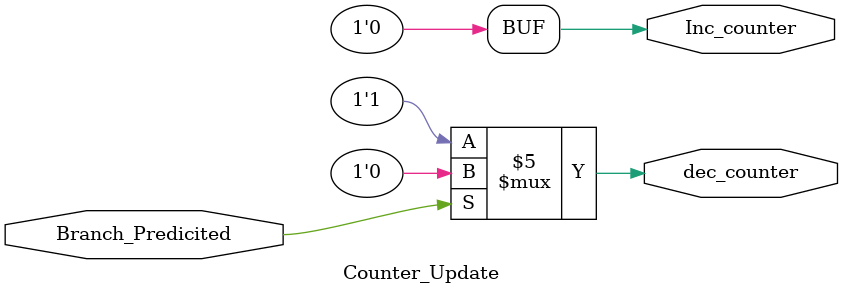
<source format=v>
`timescale 1ns / 1ps
module Counter_Update(Branch_Predicited,Inc_counter, dec_counter );

input Branch_Predicited;
output Inc_counter,dec_counter;

initial begin
		Inc_counter=1'b0;
		dec_counter=1'b0;
	end

always @(Branch_Predicited)
	begin 
		if(Branch_Predicited==1'b1)			//correct prediction that it is taken
			begin
				inc_counter <= 1'b1;
				dec_counter <= 1'b0;
			end
		else
			begin
				inc_counter <= 1'b0;
				dec_counter <= 1'b1;
			end
	end
	
  
endmodule



















</source>
